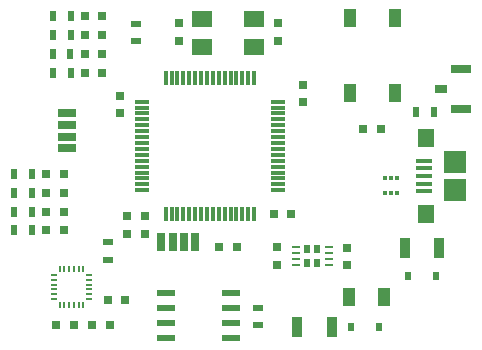
<source format=gtp>
G04 #@! TF.GenerationSoftware,KiCad,Pcbnew,no-vcs-found-bf44d39~61~ubuntu14.04.1*
G04 #@! TF.CreationDate,2018-02-05T18:36:56+01:00*
G04 #@! TF.ProjectId,beacon,626561636F6E2E6B696361645F706362,rev?*
G04 #@! TF.SameCoordinates,Original*
G04 #@! TF.FileFunction,Paste,Top*
G04 #@! TF.FilePolarity,Positive*
%FSLAX46Y46*%
G04 Gerber Fmt 4.6, Leading zero omitted, Abs format (unit mm)*
G04 Created by KiCad (PCBNEW no-vcs-found-bf44d39~61~ubuntu14.04.1) date Mon Feb  5 18:36:56 2018*
%MOMM*%
%LPD*%
G01*
G04 APERTURE LIST*
%ADD10R,1.100000X0.800000*%
%ADD11R,1.700000X0.800000*%
%ADD12R,1.900000X1.900000*%
%ADD13R,1.400000X1.600000*%
%ADD14R,1.350000X0.400000*%
%ADD15R,0.600000X0.800000*%
%ADD16R,1.000000X1.600000*%
%ADD17R,0.300000X0.450000*%
%ADD18R,1.520000X0.600000*%
%ADD19R,0.700000X0.250000*%
%ADD20R,0.498000X0.714000*%
%ADD21R,0.300000X1.200000*%
%ADD22R,1.200000X0.300000*%
%ADD23R,1.800000X1.400000*%
%ADD24R,1.500000X0.750000*%
%ADD25R,0.750000X1.500000*%
%ADD26R,0.900000X1.700000*%
%ADD27R,0.500000X0.900000*%
%ADD28R,0.900000X0.500000*%
%ADD29R,0.800000X0.750000*%
%ADD30R,0.750000X0.800000*%
%ADD31R,0.550000X0.200000*%
%ADD32R,0.200000X0.550000*%
%ADD33R,0.797560X0.797560*%
G04 APERTURE END LIST*
D10*
X153850000Y-67600000D03*
D11*
X155500000Y-65900000D03*
X155500000Y-69300000D03*
D12*
X155025000Y-73800000D03*
X155025000Y-76200000D03*
D13*
X152575000Y-78200000D03*
X152575000Y-71800000D03*
D14*
X152350000Y-76300000D03*
X152350000Y-75650000D03*
X152350000Y-73700000D03*
X152350000Y-74350000D03*
X152350000Y-75000000D03*
D15*
X153400000Y-83500000D03*
X151000000Y-83500000D03*
X146200000Y-87800000D03*
X148600000Y-87800000D03*
D16*
X146100000Y-68000000D03*
X146100000Y-61600000D03*
X149900000Y-61600000D03*
X149900000Y-68000000D03*
D17*
X149100000Y-76475000D03*
X149600000Y-76475000D03*
X150100000Y-76475000D03*
X150100000Y-75125000D03*
X149600000Y-75125000D03*
X149100000Y-75125000D03*
D18*
X136050000Y-84910000D03*
X136050000Y-86180000D03*
X136050000Y-87450000D03*
X136050000Y-88720000D03*
X130550000Y-88720000D03*
X130550000Y-87450000D03*
X130550000Y-86180000D03*
X130550000Y-84910000D03*
D19*
X141500000Y-81000000D03*
X141500000Y-81500000D03*
X141500000Y-82000000D03*
X141500000Y-82500000D03*
X144300000Y-82500000D03*
X144300000Y-82000000D03*
X144300000Y-81500000D03*
X144300000Y-81000000D03*
D20*
X143315000Y-82345000D03*
X143315000Y-81155000D03*
X142485000Y-82345000D03*
X142485000Y-81155000D03*
D21*
X138000000Y-66700000D03*
X137500000Y-66700000D03*
X137000000Y-66700000D03*
X136500000Y-66700000D03*
X136000000Y-66700000D03*
X135500000Y-66700000D03*
X135000000Y-66700000D03*
X134500000Y-66700000D03*
X134000000Y-66700000D03*
X133500000Y-66700000D03*
X133000000Y-66700000D03*
X132500000Y-66700000D03*
X132000000Y-66700000D03*
X131500000Y-66700000D03*
X131000000Y-66700000D03*
X130500000Y-66700000D03*
D22*
X128500000Y-68700000D03*
X128500000Y-69200000D03*
X128500000Y-69700000D03*
X128500000Y-70200000D03*
X128500000Y-70700000D03*
X128500000Y-71200000D03*
X128500000Y-71700000D03*
X128500000Y-72200000D03*
X128500000Y-72700000D03*
X128500000Y-73200000D03*
X128500000Y-73700000D03*
X128500000Y-74200000D03*
X128500000Y-74700000D03*
X128500000Y-75200000D03*
X128500000Y-75700000D03*
X128500000Y-76200000D03*
D21*
X130500000Y-78200000D03*
X131000000Y-78200000D03*
X131500000Y-78200000D03*
X132000000Y-78200000D03*
X132500000Y-78200000D03*
X133000000Y-78200000D03*
X133500000Y-78200000D03*
X134000000Y-78200000D03*
X134500000Y-78200000D03*
X135000000Y-78200000D03*
X135500000Y-78200000D03*
X136000000Y-78200000D03*
X136500000Y-78200000D03*
X137000000Y-78200000D03*
X137500000Y-78200000D03*
X138000000Y-78200000D03*
D22*
X140000000Y-76200000D03*
X140000000Y-75700000D03*
X140000000Y-75200000D03*
X140000000Y-74700000D03*
X140000000Y-74200000D03*
X140000000Y-73700000D03*
X140000000Y-73200000D03*
X140000000Y-72700000D03*
X140000000Y-72200000D03*
X140000000Y-71700000D03*
X140000000Y-71200000D03*
X140000000Y-70700000D03*
X140000000Y-70200000D03*
X140000000Y-69700000D03*
X140000000Y-69200000D03*
X140000000Y-68700000D03*
D23*
X138000000Y-64100000D03*
X133600000Y-64100000D03*
X133600000Y-61700000D03*
X138000000Y-61700000D03*
D24*
X122150000Y-69650000D03*
D25*
X131100000Y-80550000D03*
X132050000Y-80550000D03*
X133000000Y-80550000D03*
X130150000Y-80550000D03*
D24*
X122150000Y-72650000D03*
X122150000Y-71650000D03*
X122150000Y-70650000D03*
D26*
X141650000Y-87800000D03*
X144550000Y-87800000D03*
X150750000Y-81100000D03*
X153650000Y-81100000D03*
D27*
X117700000Y-76400000D03*
X119200000Y-76400000D03*
X120950000Y-66250000D03*
X122450000Y-66250000D03*
X120944736Y-64650000D03*
X122444736Y-64650000D03*
X120950000Y-63050000D03*
X122450000Y-63050000D03*
X120950000Y-61450000D03*
X122450000Y-61450000D03*
X117700000Y-79600000D03*
X119200000Y-79600000D03*
X117700000Y-78000000D03*
X119200000Y-78000000D03*
D28*
X138300000Y-86150000D03*
X138300000Y-87650000D03*
X128000000Y-62100000D03*
X128000000Y-63600000D03*
D27*
X117700000Y-74800000D03*
X119200000Y-74800000D03*
D16*
X149000000Y-85200000D03*
X146000000Y-85200000D03*
D29*
X121250000Y-87630000D03*
X122750000Y-87630000D03*
X148750000Y-71000000D03*
X147250000Y-71000000D03*
D30*
X131600000Y-63550000D03*
X131600000Y-62050000D03*
X140000000Y-62050000D03*
X140000000Y-63550000D03*
D29*
X124250000Y-87630000D03*
X125750000Y-87630000D03*
D30*
X139950000Y-81000000D03*
X139950000Y-82500000D03*
X145850000Y-81050000D03*
X145850000Y-82550000D03*
D29*
X127250000Y-79900000D03*
X128750000Y-79900000D03*
X125600000Y-85475000D03*
X127100000Y-85475000D03*
X139650000Y-78200000D03*
X141150000Y-78200000D03*
X127250000Y-78400000D03*
X128750000Y-78400000D03*
D30*
X126600000Y-69700000D03*
X126600000Y-68200000D03*
X142100000Y-67250000D03*
X142100000Y-68750000D03*
D29*
X136550000Y-81000000D03*
X135050000Y-81000000D03*
D31*
X121025000Y-83400000D03*
X121025000Y-83800000D03*
X121025000Y-84200000D03*
X121025000Y-84600000D03*
X121025000Y-85000000D03*
X121025000Y-85400000D03*
D32*
X121525000Y-85900000D03*
X121925000Y-85900000D03*
X122325000Y-85900000D03*
X122725000Y-85900000D03*
X123125000Y-85900000D03*
X123525000Y-85900000D03*
D31*
X124025000Y-85400000D03*
X124025000Y-85000000D03*
X124025000Y-84600000D03*
X124025000Y-84200000D03*
X124025000Y-83800000D03*
X124025000Y-83400000D03*
D32*
X123525000Y-82900000D03*
X123125000Y-82900000D03*
X122725000Y-82900000D03*
X122325000Y-82900000D03*
X121925000Y-82900000D03*
X121525000Y-82900000D03*
D33*
X121899300Y-78000000D03*
X120400700Y-78000000D03*
X121899300Y-74800000D03*
X120400700Y-74800000D03*
X121899300Y-79600000D03*
X120400700Y-79600000D03*
X125149300Y-61450000D03*
X123650700Y-61450000D03*
X125149300Y-63050000D03*
X123650700Y-63050000D03*
X125149300Y-64650000D03*
X123650700Y-64650000D03*
X125149300Y-66250000D03*
X123650700Y-66250000D03*
X121899300Y-76400000D03*
X120400700Y-76400000D03*
D27*
X151700000Y-69600000D03*
X153200000Y-69600000D03*
D28*
X125600000Y-80600000D03*
X125600000Y-82100000D03*
M02*

</source>
